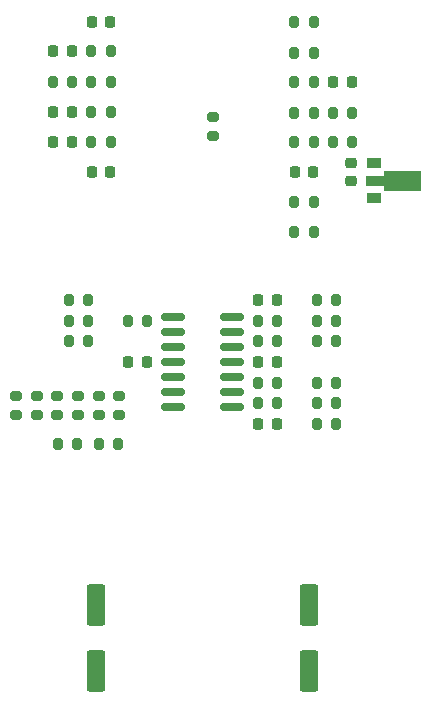
<source format=gbr>
%TF.GenerationSoftware,KiCad,Pcbnew,7.0.10*%
%TF.CreationDate,2024-02-20T22:03:49-06:00*%
%TF.ProjectId,3340_VCO,33333430-5f56-4434-9f2e-6b696361645f,rev?*%
%TF.SameCoordinates,Original*%
%TF.FileFunction,Paste,Top*%
%TF.FilePolarity,Positive*%
%FSLAX46Y46*%
G04 Gerber Fmt 4.6, Leading zero omitted, Abs format (unit mm)*
G04 Created by KiCad (PCBNEW 7.0.10) date 2024-02-20 22:03:49*
%MOMM*%
%LPD*%
G01*
G04 APERTURE LIST*
G04 Aperture macros list*
%AMRoundRect*
0 Rectangle with rounded corners*
0 $1 Rounding radius*
0 $2 $3 $4 $5 $6 $7 $8 $9 X,Y pos of 4 corners*
0 Add a 4 corners polygon primitive as box body*
4,1,4,$2,$3,$4,$5,$6,$7,$8,$9,$2,$3,0*
0 Add four circle primitives for the rounded corners*
1,1,$1+$1,$2,$3*
1,1,$1+$1,$4,$5*
1,1,$1+$1,$6,$7*
1,1,$1+$1,$8,$9*
0 Add four rect primitives between the rounded corners*
20,1,$1+$1,$2,$3,$4,$5,0*
20,1,$1+$1,$4,$5,$6,$7,0*
20,1,$1+$1,$6,$7,$8,$9,0*
20,1,$1+$1,$8,$9,$2,$3,0*%
%AMFreePoly0*
4,1,9,3.862500,-0.866500,0.737500,-0.866500,0.737500,-0.450000,-0.737500,-0.450000,-0.737500,0.450000,0.737500,0.450000,0.737500,0.866500,3.862500,0.866500,3.862500,-0.866500,3.862500,-0.866500,$1*%
G04 Aperture macros list end*
%ADD10RoundRect,0.200000X0.200000X0.275000X-0.200000X0.275000X-0.200000X-0.275000X0.200000X-0.275000X0*%
%ADD11RoundRect,0.200000X-0.200000X-0.275000X0.200000X-0.275000X0.200000X0.275000X-0.200000X0.275000X0*%
%ADD12RoundRect,0.250000X-0.550000X1.500000X-0.550000X-1.500000X0.550000X-1.500000X0.550000X1.500000X0*%
%ADD13RoundRect,0.200000X0.275000X-0.200000X0.275000X0.200000X-0.275000X0.200000X-0.275000X-0.200000X0*%
%ADD14RoundRect,0.225000X-0.225000X-0.250000X0.225000X-0.250000X0.225000X0.250000X-0.225000X0.250000X0*%
%ADD15RoundRect,0.150000X-0.825000X-0.150000X0.825000X-0.150000X0.825000X0.150000X-0.825000X0.150000X0*%
%ADD16RoundRect,0.225000X0.225000X0.250000X-0.225000X0.250000X-0.225000X-0.250000X0.225000X-0.250000X0*%
%ADD17RoundRect,0.200000X-0.275000X0.200000X-0.275000X-0.200000X0.275000X-0.200000X0.275000X0.200000X0*%
%ADD18RoundRect,0.225000X0.250000X-0.225000X0.250000X0.225000X-0.250000X0.225000X-0.250000X-0.225000X0*%
%ADD19R,1.300000X0.900000*%
%ADD20FreePoly0,0.000000*%
G04 APERTURE END LIST*
D10*
%TO.C,R25*%
X140875000Y-122700000D03*
X139225000Y-122700000D03*
%TD*%
D11*
%TO.C,R27*%
X139225000Y-120950000D03*
X140875000Y-120950000D03*
%TD*%
%TO.C,R18*%
X117275000Y-124400000D03*
X118925000Y-124400000D03*
%TD*%
D10*
%TO.C,R36*%
X119875000Y-115700000D03*
X118225000Y-115700000D03*
%TD*%
D12*
%TO.C,C11*%
X120550000Y-138050000D03*
X120550000Y-143650000D03*
%TD*%
D13*
%TO.C,R22*%
X117250000Y-121950000D03*
X117250000Y-120300000D03*
%TD*%
D11*
%TO.C,R20*%
X139225000Y-115700000D03*
X140875000Y-115700000D03*
%TD*%
D14*
%TO.C,C3*%
X116925000Y-91150000D03*
X118475000Y-91150000D03*
%TD*%
%TO.C,C1*%
X120200000Y-88650000D03*
X121750000Y-88650000D03*
%TD*%
D12*
%TO.C,C14*%
X138550000Y-138050000D03*
X138550000Y-143650000D03*
%TD*%
D11*
%TO.C,R12*%
X137325000Y-98850000D03*
X138975000Y-98850000D03*
%TD*%
D15*
%TO.C,U2*%
X127075000Y-113640000D03*
X127075000Y-114910000D03*
X127075000Y-116180000D03*
X127075000Y-117450000D03*
X127075000Y-118720000D03*
X127075000Y-119990000D03*
X127075000Y-121260000D03*
X132025000Y-121260000D03*
X132025000Y-119990000D03*
X132025000Y-118720000D03*
X132025000Y-117450000D03*
X132025000Y-116180000D03*
X132025000Y-114910000D03*
X132025000Y-113640000D03*
%TD*%
D10*
%TO.C,R14*%
X140875000Y-112200000D03*
X139225000Y-112200000D03*
%TD*%
D16*
%TO.C,C7*%
X138925000Y-101400000D03*
X137375000Y-101400000D03*
%TD*%
D10*
%TO.C,R10*%
X142225000Y-96350000D03*
X140575000Y-96350000D03*
%TD*%
D14*
%TO.C,C9*%
X123275000Y-117450000D03*
X124825000Y-117450000D03*
%TD*%
D11*
%TO.C,R30*%
X134225000Y-120950000D03*
X135875000Y-120950000D03*
%TD*%
D16*
%TO.C,C6*%
X118475000Y-98850000D03*
X116925000Y-98850000D03*
%TD*%
%TO.C,C12*%
X135825000Y-117440000D03*
X134275000Y-117440000D03*
%TD*%
D10*
%TO.C,R13*%
X138975000Y-96350000D03*
X137325000Y-96350000D03*
%TD*%
%TO.C,R37*%
X124875000Y-113950000D03*
X123225000Y-113950000D03*
%TD*%
D17*
%TO.C,R28*%
X113750000Y-120300000D03*
X113750000Y-121950000D03*
%TD*%
%TO.C,R23*%
X119000000Y-120300000D03*
X119000000Y-121950000D03*
%TD*%
D11*
%TO.C,R29*%
X139225000Y-119200000D03*
X140875000Y-119200000D03*
%TD*%
%TO.C,R1*%
X137325000Y-88650000D03*
X138975000Y-88650000D03*
%TD*%
D14*
%TO.C,C8*%
X134275000Y-112200000D03*
X135825000Y-112200000D03*
%TD*%
D11*
%TO.C,R34*%
X137325000Y-103900000D03*
X138975000Y-103900000D03*
%TD*%
D17*
%TO.C,R31*%
X115500000Y-120300000D03*
X115500000Y-121950000D03*
%TD*%
D10*
%TO.C,R33*%
X119875000Y-113950000D03*
X118225000Y-113950000D03*
%TD*%
D13*
%TO.C,R11*%
X130480000Y-98325000D03*
X130480000Y-96675000D03*
%TD*%
D11*
%TO.C,R15*%
X134225000Y-115700000D03*
X135875000Y-115700000D03*
%TD*%
%TO.C,R2*%
X116875000Y-93750000D03*
X118525000Y-93750000D03*
%TD*%
D14*
%TO.C,C5*%
X120175000Y-101350000D03*
X121725000Y-101350000D03*
%TD*%
D16*
%TO.C,C4*%
X142175000Y-93750000D03*
X140625000Y-93750000D03*
%TD*%
D10*
%TO.C,R24*%
X138975000Y-106450000D03*
X137325000Y-106450000D03*
%TD*%
D11*
%TO.C,R26*%
X134225000Y-119200000D03*
X135875000Y-119200000D03*
%TD*%
%TO.C,R4*%
X120125000Y-91150000D03*
X121775000Y-91150000D03*
%TD*%
D13*
%TO.C,R17*%
X120750000Y-121950000D03*
X120750000Y-120300000D03*
%TD*%
D17*
%TO.C,R19*%
X122500000Y-120300000D03*
X122500000Y-121950000D03*
%TD*%
D11*
%TO.C,R16*%
X139225000Y-113950000D03*
X140875000Y-113950000D03*
%TD*%
D18*
%TO.C,C13*%
X142140000Y-102135000D03*
X142140000Y-100585000D03*
%TD*%
D11*
%TO.C,R3*%
X137325000Y-91250000D03*
X138975000Y-91250000D03*
%TD*%
D10*
%TO.C,R9*%
X142225000Y-98850000D03*
X140575000Y-98850000D03*
%TD*%
D14*
%TO.C,C2*%
X116925000Y-96250000D03*
X118475000Y-96250000D03*
%TD*%
D10*
%TO.C,R35*%
X122425000Y-124400000D03*
X120775000Y-124400000D03*
%TD*%
D14*
%TO.C,C10*%
X134275000Y-122700000D03*
X135825000Y-122700000D03*
%TD*%
D10*
%TO.C,R8*%
X121775000Y-98850000D03*
X120125000Y-98850000D03*
%TD*%
D19*
%TO.C,U3*%
X144050000Y-100600000D03*
D20*
X144137500Y-102100000D03*
D19*
X144050000Y-103600000D03*
%TD*%
D11*
%TO.C,R6*%
X120125000Y-93750000D03*
X121775000Y-93750000D03*
%TD*%
%TO.C,R21*%
X134225000Y-113950000D03*
X135875000Y-113950000D03*
%TD*%
%TO.C,R32*%
X118225000Y-112200000D03*
X119875000Y-112200000D03*
%TD*%
D10*
%TO.C,R7*%
X121775000Y-96250000D03*
X120125000Y-96250000D03*
%TD*%
D11*
%TO.C,R5*%
X137325000Y-93750000D03*
X138975000Y-93750000D03*
%TD*%
M02*

</source>
